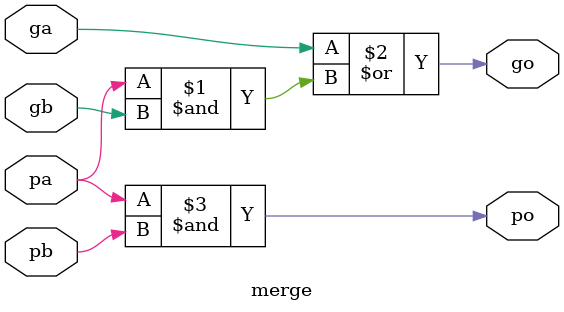
<source format=sv>
module prefix_adder(
    input logic[7:0] a, b,
    input logic cin,
    output logic [7:0] s,
    output logic cout
);

    // g[i] = G[i], trong khi gg[i] = G[i:0]
    logic[7:0] g, p, gg, pp;
    logic[8:0] c;

    // Buoc 1: Tinh G[i] va P[i]
    assign g = a & b;
    assign p = a | b;

    // Buoc 2: Tinh G[i:0] va P[i:0] su dung module prefix
    prefix #(8) pref(g, p, gg, pp);

    // Buoc 3: Tinh C[i]
    assign c[0] = cin;
    assign cout = c[8];
    assign c[8:1] = gg | pp & {8{c[0]}};

    // Buoc 4: Tinh S[i]
    assign s = a ^ b ^ c[7:0];
endmodule

module prefix #(parameter N = 8)(
    input logic[N-1:0] g, p,
    output logic[N-1:0] gg, pp
);
    localparam M = N/2;

    genvar i;
    generate
        if (N === 1) begin
            // Base case: chi con 1 bit, noi truc tiep
            assign gg = g;
            assign pp = p;
        end
        else begin
            // Recursive case: tao 2 cay prefix co do rong M
            logic[M-1:0] ghigh, phigh, glow, plow;
            prefix #(M) highpref(g[N-1:M], p[N-1:M], ghigh, phigh);
            prefix #(M) lowpref(g[M-1:0], p[M-1:0], glow, plow);
            // Merge
            assign gg[M-1:0] = glow;
            assign pp[M-1:0] = plow;
            for (i = 0; i < M; i++)
                merge m(ghigh[i], phigh[i], glow[M-1], plow[M-1], gg[M+i], pp[M+i]);
        end
    endgenerate
endmodule

module merge(input logic ga, pa, gb, pb,
             output logic go, po);
    assign go = ga | pa & gb;
    assign po = pa & pb;
endmodule


</source>
